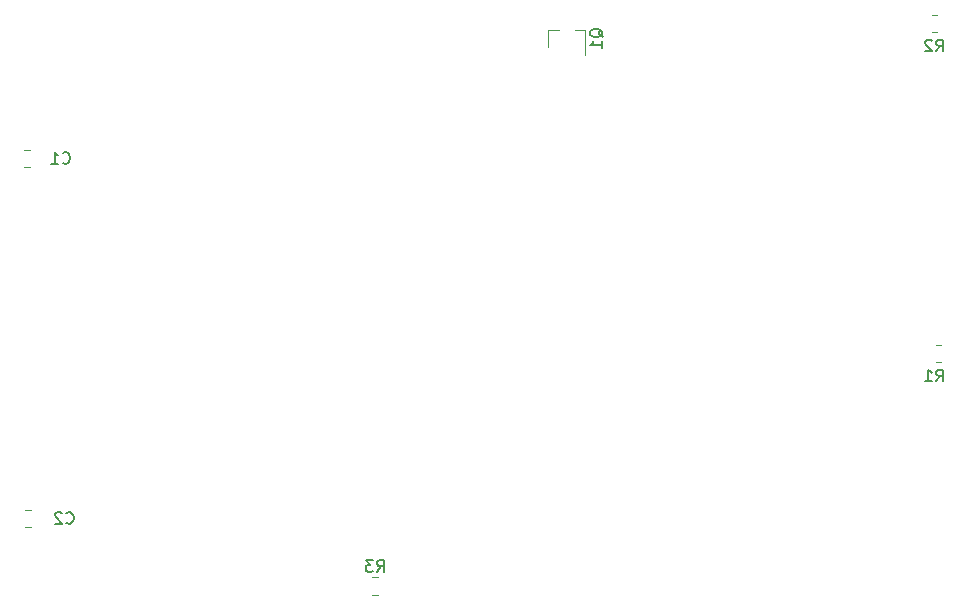
<source format=gbr>
%TF.GenerationSoftware,KiCad,Pcbnew,(5.1.8)-1*%
%TF.CreationDate,2024-06-20T22:43:38+03:00*%
%TF.ProjectId,MUX16bit,4d555831-3662-4697-942e-6b696361645f,rev?*%
%TF.SameCoordinates,Original*%
%TF.FileFunction,Legend,Bot*%
%TF.FilePolarity,Positive*%
%FSLAX46Y46*%
G04 Gerber Fmt 4.6, Leading zero omitted, Abs format (unit mm)*
G04 Created by KiCad (PCBNEW (5.1.8)-1) date 2024-06-20 22:43:38*
%MOMM*%
%LPD*%
G01*
G04 APERTURE LIST*
%ADD10C,0.120000*%
%ADD11C,0.150000*%
G04 APERTURE END LIST*
D10*
%TO.C,Q1*%
X97480000Y-24640000D02*
X97480000Y-26100000D01*
X100640000Y-24640000D02*
X100640000Y-26800000D01*
X100640000Y-24640000D02*
X99710000Y-24640000D01*
X97480000Y-24640000D02*
X98410000Y-24640000D01*
%TO.C,C2*%
X53163748Y-65305000D02*
X53686252Y-65305000D01*
X53163748Y-66775000D02*
X53686252Y-66775000D01*
%TO.C,C1*%
X53078748Y-34825000D02*
X53601252Y-34825000D01*
X53078748Y-36295000D02*
X53601252Y-36295000D01*
%TO.C,R3*%
X83047064Y-72490000D02*
X82592936Y-72490000D01*
X83047064Y-71020000D02*
X82592936Y-71020000D01*
%TO.C,R2*%
X129947936Y-23395000D02*
X130402064Y-23395000D01*
X129947936Y-24865000D02*
X130402064Y-24865000D01*
%TO.C,R1*%
X130312936Y-51335000D02*
X130767064Y-51335000D01*
X130312936Y-52805000D02*
X130767064Y-52805000D01*
%TO.C,Q1*%
D11*
X102107619Y-25304761D02*
X102060000Y-25209523D01*
X101964761Y-25114285D01*
X101821904Y-24971428D01*
X101774285Y-24876190D01*
X101774285Y-24780952D01*
X102012380Y-24828571D02*
X101964761Y-24733333D01*
X101869523Y-24638095D01*
X101679047Y-24590476D01*
X101345714Y-24590476D01*
X101155238Y-24638095D01*
X101060000Y-24733333D01*
X101012380Y-24828571D01*
X101012380Y-25019047D01*
X101060000Y-25114285D01*
X101155238Y-25209523D01*
X101345714Y-25257142D01*
X101679047Y-25257142D01*
X101869523Y-25209523D01*
X101964761Y-25114285D01*
X102012380Y-25019047D01*
X102012380Y-24828571D01*
X102012380Y-26209523D02*
X102012380Y-25638095D01*
X102012380Y-25923809D02*
X101012380Y-25923809D01*
X101155238Y-25828571D01*
X101250476Y-25733333D01*
X101298095Y-25638095D01*
%TO.C,C2*%
X56681666Y-66397142D02*
X56729285Y-66444761D01*
X56872142Y-66492380D01*
X56967380Y-66492380D01*
X57110238Y-66444761D01*
X57205476Y-66349523D01*
X57253095Y-66254285D01*
X57300714Y-66063809D01*
X57300714Y-65920952D01*
X57253095Y-65730476D01*
X57205476Y-65635238D01*
X57110238Y-65540000D01*
X56967380Y-65492380D01*
X56872142Y-65492380D01*
X56729285Y-65540000D01*
X56681666Y-65587619D01*
X56300714Y-65587619D02*
X56253095Y-65540000D01*
X56157857Y-65492380D01*
X55919761Y-65492380D01*
X55824523Y-65540000D01*
X55776904Y-65587619D01*
X55729285Y-65682857D01*
X55729285Y-65778095D01*
X55776904Y-65920952D01*
X56348333Y-66492380D01*
X55729285Y-66492380D01*
%TO.C,C1*%
X56364166Y-35917142D02*
X56411785Y-35964761D01*
X56554642Y-36012380D01*
X56649880Y-36012380D01*
X56792738Y-35964761D01*
X56887976Y-35869523D01*
X56935595Y-35774285D01*
X56983214Y-35583809D01*
X56983214Y-35440952D01*
X56935595Y-35250476D01*
X56887976Y-35155238D01*
X56792738Y-35060000D01*
X56649880Y-35012380D01*
X56554642Y-35012380D01*
X56411785Y-35060000D01*
X56364166Y-35107619D01*
X55411785Y-36012380D02*
X55983214Y-36012380D01*
X55697500Y-36012380D02*
X55697500Y-35012380D01*
X55792738Y-35155238D01*
X55887976Y-35250476D01*
X55983214Y-35298095D01*
%TO.C,R3*%
X82986666Y-70557380D02*
X83320000Y-70081190D01*
X83558095Y-70557380D02*
X83558095Y-69557380D01*
X83177142Y-69557380D01*
X83081904Y-69605000D01*
X83034285Y-69652619D01*
X82986666Y-69747857D01*
X82986666Y-69890714D01*
X83034285Y-69985952D01*
X83081904Y-70033571D01*
X83177142Y-70081190D01*
X83558095Y-70081190D01*
X82653333Y-69557380D02*
X82034285Y-69557380D01*
X82367619Y-69938333D01*
X82224761Y-69938333D01*
X82129523Y-69985952D01*
X82081904Y-70033571D01*
X82034285Y-70128809D01*
X82034285Y-70366904D01*
X82081904Y-70462142D01*
X82129523Y-70509761D01*
X82224761Y-70557380D01*
X82510476Y-70557380D01*
X82605714Y-70509761D01*
X82653333Y-70462142D01*
%TO.C,R2*%
X130341666Y-26487380D02*
X130675000Y-26011190D01*
X130913095Y-26487380D02*
X130913095Y-25487380D01*
X130532142Y-25487380D01*
X130436904Y-25535000D01*
X130389285Y-25582619D01*
X130341666Y-25677857D01*
X130341666Y-25820714D01*
X130389285Y-25915952D01*
X130436904Y-25963571D01*
X130532142Y-26011190D01*
X130913095Y-26011190D01*
X129960714Y-25582619D02*
X129913095Y-25535000D01*
X129817857Y-25487380D01*
X129579761Y-25487380D01*
X129484523Y-25535000D01*
X129436904Y-25582619D01*
X129389285Y-25677857D01*
X129389285Y-25773095D01*
X129436904Y-25915952D01*
X130008333Y-26487380D01*
X129389285Y-26487380D01*
%TO.C,R1*%
X130341666Y-54427380D02*
X130675000Y-53951190D01*
X130913095Y-54427380D02*
X130913095Y-53427380D01*
X130532142Y-53427380D01*
X130436904Y-53475000D01*
X130389285Y-53522619D01*
X130341666Y-53617857D01*
X130341666Y-53760714D01*
X130389285Y-53855952D01*
X130436904Y-53903571D01*
X130532142Y-53951190D01*
X130913095Y-53951190D01*
X129389285Y-54427380D02*
X129960714Y-54427380D01*
X129675000Y-54427380D02*
X129675000Y-53427380D01*
X129770238Y-53570238D01*
X129865476Y-53665476D01*
X129960714Y-53713095D01*
%TD*%
M02*

</source>
